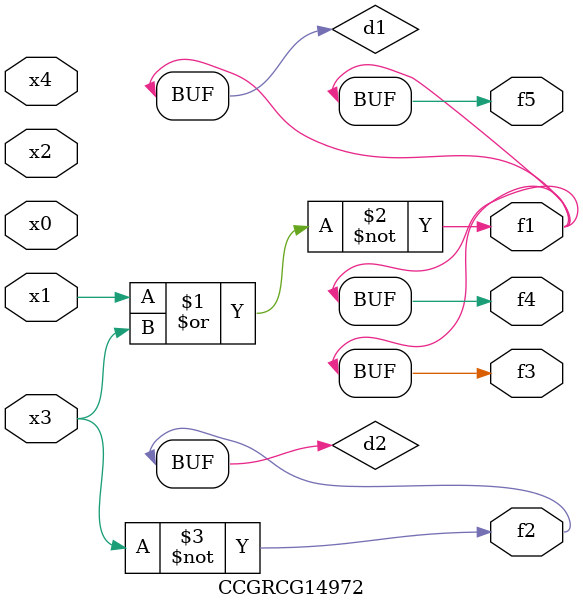
<source format=v>
module CCGRCG14972(
	input x0, x1, x2, x3, x4,
	output f1, f2, f3, f4, f5
);

	wire d1, d2;

	nor (d1, x1, x3);
	not (d2, x3);
	assign f1 = d1;
	assign f2 = d2;
	assign f3 = d1;
	assign f4 = d1;
	assign f5 = d1;
endmodule

</source>
